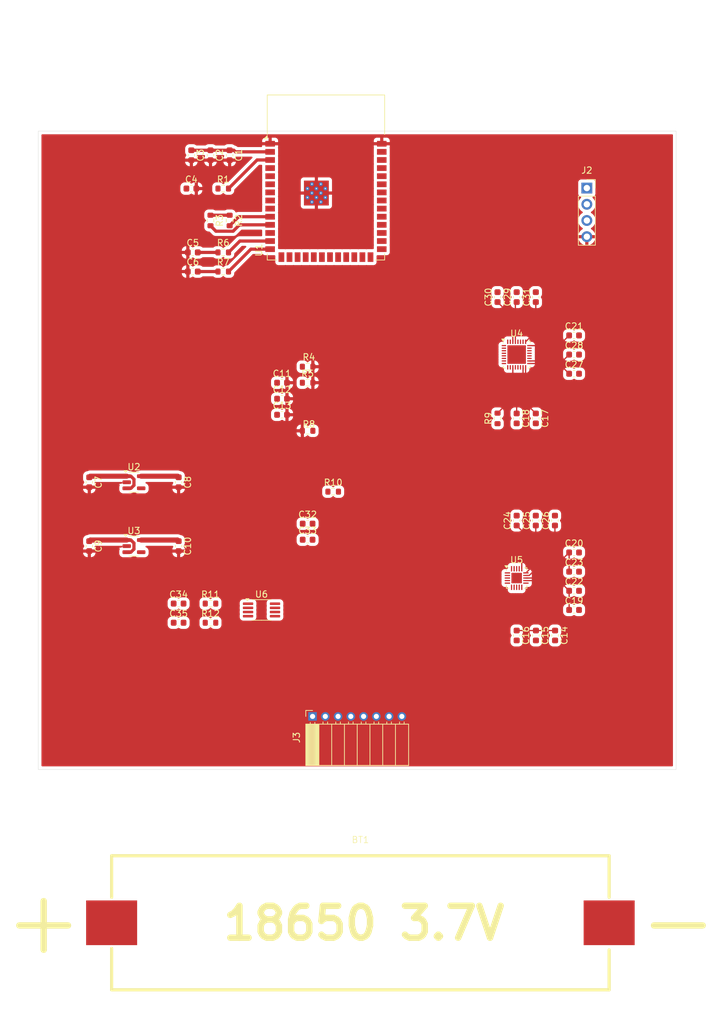
<source format=kicad_pcb>
(kicad_pcb (version 20240108) (generator "pcbnew") (generator_version "8.0")
  (layers (0 "F.Cu" signal) (31 "B.Cu" signal) (34 "B.Paste" user) (35 "F.Paste" user) (36 "B.SilkS" user "B.Silkscreen") (37 "F.SilkS" user "F.Silkscreen") (38 "B.Mask" user) (39 "F.Mask" user) (44 "Edge.Cuts" user))
  (net 0 "")
  (net 1 "GND")
  (net 2 "+3V3")
  (net 3 "Net-(U1-EN)")
  (net 4 "/USB_D-")
  (net 5 "/USB_D+")
  (net 6 "+BATT")
  (net 7 "+3.3VA")
  (net 8 "/BTN1")
  (net 9 "/BTN2")
  (net 10 "/BTN3")
  (net 11 "GNDA")
  (net 12 "Net-(U4-MIC1P)")
  (net 13 "/Audio/MIC_IN")
  (net 14 "Net-(U4-MIC1N)")
  (net 15 "/Audio/DAC_OUTP")
  (net 16 "Net-(U5-OUTP)")
  (net 17 "Net-(U5-OUTN)")
  (net 18 "/Audio/DAC_OUTN")
  (net 19 "/Audio/MIC_BIAS")
  (net 20 "Net-(U5-VMID)")
  (net 21 "Net-(U5-ADCVREF)")
  (net 22 "Net-(U5-DACVREF)")
  (net 23 "Net-(U4-REFP12)")
  (net 24 "Net-(U4-REFQ12)")
  (net 25 "Net-(U4-REFP34)")
  (net 26 "Net-(U4-REFQ34)")
  (net 27 "Net-(U4-REFQM)")
  (net 28 "Net-(C34-Pad2)")
  (net 29 "Net-(C35-Pad2)")
  (net 30 "/UART_RX")
  (net 31 "/UART_TX")
  (net 32 "/EPD_~{RST}")
  (net 33 "/SPI_MOSI")
  (net 34 "/SPI_CS")
  (net 35 "/EPD_DC")
  (net 36 "/SPI_SCK")
  (net 37 "/EPD_~{BUSY}")
  (net 38 "/I2C_SDA")
  (net 39 "/I2C_SCL")
  (net 40 "Net-(J1-CC1)")
  (net 41 "Net-(J1-CC2)")
  (net 42 "Net-(U1-IO19)")
  (net 43 "Net-(U1-IO20)")
  (net 44 "Net-(U4-SDOUT1)")
  (net 45 "/I2S_SDOUT")
  (net 46 "Net-(U6-+)")
  (net 47 "Net-(U6--)")
  (net 50 "/I2S_SDIN")
  (net 53 "/I2S_MCLK")
  (net 60 "/I2S_LRCK")
  (net 63 "/I2S_SCLK")
  (net 65 "/AMP_CTRL")
  (net 66 "/ADC_INT")
  (net 81 "/Audio/AUDIO_OUT")
  (net 84 "Net-(BT1-+)")
  (footprint "Resistor_SMD:R_0603_1608Metric" (layer "F.Cu") (at 64 57 180)
    (property "Reference" "R7" (at 0 1.5 0) (layer "F.SilkS"))
    (property "Value" "0")
    (pad "1" smd roundrect (at -0.825 0 180) (size 0.8 0.95) (layers "F.Cu" "F.Paste" "F.Mask") (net 43 "Net-(U1-IO20)"))
    (pad "2" smd roundrect (at 0.825 0 180) (size 0.8 0.95) (layers "F.Cu" "F.Paste" "F.Mask") (net 5 "/USB_D+"))
  )
  (footprint "live-caption-badge:BH-18650-B1BA002" (layer "F.Cu") (at 85.5 159)
    (property "Reference" "BT1" (at 0 -13 0) (layer "F.SilkS") (effects (font (thickness 0.1))))
    (property "Value" "18650")
    (fp_text user "18650 3.7V" (at -22 3 0) (layer "F.SilkS") (effects (font (size 5 5) (thickness 1)) (justify left bottom)))
    (fp_text user "+" (at -56.5 5.5 0) (layer "F.SilkS") (effects (font (size 10 10) (thickness 1) (bold yes)) (justify left bottom)))
    (fp_text user "-" (at 43 5.5 0) (layer "F.SilkS") (effects (font (size 10 10) (thickness 1) (bold yes)) (justify left bottom)))
    (pad "" np_thru_hole circle (at -35.84 -8) (size 3 3) (drill 3) (layers "F&B.Cu" "*.Mask"))
    (pad "1" smd rect (at -39 0) (size 8 7) (layers "F.Cu" "F.Paste" "F.Mask") (net 84 "Net-(BT1-+)"))
    (pad "2" smd rect (at 39 0) (size 8 7) (layers "F.Cu" "F.Paste" "F.Mask") (net 1 "GND"))
  )
  (footprint "Capacitor_SMD:C_0603_1608Metric" (layer "F.Cu") (at 57 100 -90)
    (property "Reference" "C10" (at 0 -1.43 90) (layer "F.SilkS"))
    (property "Value" "10uF")
    (pad "1" smd roundrect (at -0.775 0 270) (size 0.9 0.95) (layers "F.Cu" "F.Paste" "F.Mask") (net 7 "+3.3VA"))
    (pad "2" smd roundrect (at 0.775 0 270) (size 0.9 0.95) (layers "F.Cu" "F.Paste" "F.Mask") (net 1 "GND"))
  )
  (footprint "Connector_PinSocket_2.00mm:PinSocket_1x08_P2.00mm_Horizontal" (layer "F.Cu") (at 78 126.675 90)
    (property "Reference" "J3" (at -3.31 -2.5 90) (layer "F.SilkS"))
    (property "Value" "Conn_01x08_Socket")
    (pad "1" thru_hole rect (at 0 0 90) (size 1.35 1.35) (drill 0.8) (layers "*.Cu" "*.Mask") (net 2 "+3V3"))
    (pad "2" thru_hole oval (at 0 2 90) (size 1.35 1.35) (drill 0.8) (layers "*.Cu" "*.Mask") (net 1 "GND"))
    (pad "3" thru_hole oval (at 0 4 90) (size 1.35 1.35) (drill 0.8) (layers "*.Cu" "*.Mask") (net 33 "/SPI_MOSI"))
    (pad "4" thru_hole oval (at 0 6 90) (size 1.35 1.35) (drill 0.8) (layers "*.Cu" "*.Mask") (net 36 "/SPI_SCK"))
    (pad "5" thru_hole oval (at 0 8 90) (size 1.35 1.35) (drill 0.8) (layers "*.Cu" "*.Mask") (net 34 "/SPI_CS"))
    (pad "6" thru_hole oval (at 0 10 90) (size 1.35 1.35) (drill 0.8) (layers "*.Cu" "*.Mask") (net 35 "/EPD_DC"))
    (pad "7" thru_hole oval (at 0 12 90) (size 1.35 1.35) (drill 0.8) (layers "*.Cu" "*.Mask") (net 32 "/EPD_~{RST}"))
    (pad "8" thru_hole oval (at 0 14 90) (size 1.35 1.35) (drill 0.8) (layers "*.Cu" "*.Mask") (net 37 "/EPD_~{BUSY}"))
  )
  (footprint "Capacitor_SMD:C_0603_1608Metric" (layer "F.Cu") (at 73.215 76.92)
    (property "Reference" "C12" (at 0 -1.43 0) (layer "F.SilkS"))
    (property "Value" "1uF")
    (pad "1" smd roundrect (at -0.775 0) (size 0.9 0.95) (layers "F.Cu" "F.Paste" "F.Mask") (net 9 "/BTN2"))
    (pad "2" smd roundrect (at 0.775 0) (size 0.9 0.95) (layers "F.Cu" "F.Paste" "F.Mask") (net 1 "GND"))
  )
  (footprint "Capacitor_SMD:C_0603_1608Metric" (layer "F.Cu") (at 119 70)
    (property "Reference" "C28" (at 0 -1.43 0) (layer "F.SilkS"))
    (property "Value" "1uF")
    (pad "1" smd roundrect (at -0.775 0) (size 0.9 0.95) (layers "F.Cu" "F.Paste" "F.Mask") (net 24 "Net-(U4-REFQ12)"))
    (pad "2" smd roundrect (at 0.775 0) (size 0.9 0.95) (layers "F.Cu" "F.Paste" "F.Mask") (net 11 "GNDA"))
  )
  (footprint "Capacitor_SMD:C_0603_1608Metric" (layer "F.Cu") (at 59 44)
    (property "Reference" "C4" (at 0 -1.43 0) (layer "F.SilkS"))
    (property "Value" "1uF")
    (pad "1" smd roundrect (at -0.775 0) (size 0.9 0.95) (layers "F.Cu" "F.Paste" "F.Mask") (net 3 "Net-(U1-EN)"))
    (pad "2" smd roundrect (at 0.775 0) (size 0.9 0.95) (layers "F.Cu" "F.Paste" "F.Mask") (net 1 "GND"))
  )
  (footprint "Capacitor_SMD:C_0603_1608Metric" (layer "F.Cu") (at 62 38.775 -90)
    (property "Reference" "C2" (at 0 -1.43 90) (layer "F.SilkS"))
    (property "Value" "22uF")
    (pad "1" smd roundrect (at -0.775 0 270) (size 0.9 0.95) (layers "F.Cu" "F.Paste" "F.Mask") (net 2 "+3V3"))
    (pad "2" smd roundrect (at 0.775 0 270) (size 0.9 0.95) (layers "F.Cu" "F.Paste" "F.Mask") (net 1 "GND"))
  )
  (footprint "Capacitor_SMD:C_0603_1608Metric" (layer "F.Cu") (at 59.225 54 180)
    (property "Reference" "C5" (at 0 1.5 0) (layer "F.SilkS"))
    (property "Value" "TBD")
    (pad "1" smd roundrect (at -0.775 0 180) (size 0.9 0.95) (layers "F.Cu" "F.Paste" "F.Mask") (net 4 "/USB_D-"))
    (pad "2" smd roundrect (at 0.775 0 180) (size 0.9 0.95) (layers "F.Cu" "F.Paste" "F.Mask") (net 1 "GND"))
  )
  (footprint "Capacitor_SMD:C_0603_1608Metric" (layer "F.Cu") (at 77.225 96.49)
    (property "Reference" "C32" (at 0 -1.43 0) (layer "F.SilkS"))
    (property "Value" "1uF")
    (pad "1" smd roundrect (at -0.775 0) (size 0.9 0.95) (layers "F.Cu" "F.Paste" "F.Mask") (net 7 "+3.3VA"))
    (pad "2" smd roundrect (at 0.775 0) (size 0.9 0.95) (layers "F.Cu" "F.Paste" "F.Mask") (net 11 "GNDA"))
  )
  (footprint "Capacitor_SMD:C_0603_1608Metric" (layer "F.Cu") (at 110 80 -90)
    (property "Reference" "C18" (at 0 -1.43 90) (layer "F.SilkS"))
    (property "Value" "1uF")
    (pad "1" smd roundrect (at -0.775 0 270) (size 0.9 0.95) (layers "F.Cu" "F.Paste" "F.Mask") (net 14 "Net-(U4-MIC1N)"))
    (pad "2" smd roundrect (at 0.775 0 270) (size 0.9 0.95) (layers "F.Cu" "F.Paste" "F.Mask") (net 11 "GNDA"))
  )
  (footprint "Capacitor_SMD:C_0603_1608Metric" (layer "F.Cu") (at 113.02 114 -90)
    (property "Reference" "C15" (at 0 -1.43 90) (layer "F.SilkS"))
    (property "Value" "0.1uF")
    (pad "1" smd roundrect (at -0.775 0 270) (size 0.9 0.95) (layers "F.Cu" "F.Paste" "F.Mask") (net 7 "+3.3VA"))
    (pad "2" smd roundrect (at 0.775 0 270) (size 0.9 0.95) (layers "F.Cu" "F.Paste" "F.Mask") (net 11 "GNDA"))
  )
  (footprint "Resistor_SMD:R_0603_1608Metric" (layer "F.Cu") (at 64 44)
    (property "Reference" "R1" (at 0 -1.43 0) (layer "F.SilkS"))
    (property "Value" "10k")
    (pad "1" smd roundrect (at -0.825 0) (size 0.8 0.95) (layers "F.Cu" "F.Paste" "F.Mask") (net 2 "+3V3"))
    (pad "2" smd roundrect (at 0.825 0) (size 0.8 0.95) (layers "F.Cu" "F.Paste" "F.Mask") (net 3 "Net-(U1-EN)"))
  )
  (footprint "Capacitor_SMD:C_0603_1608Metric" (layer "F.Cu") (at 116 96 90)
    (property "Reference" "C26" (at 0 -1.43 90) (layer "F.SilkS"))
    (property "Value" "1uF")
    (pad "1" smd roundrect (at -0.775 0 90) (size 0.9 0.95) (layers "F.Cu" "F.Paste" "F.Mask") (net 22 "Net-(U5-DACVREF)"))
    (pad "2" smd roundrect (at 0.775 0 90) (size 0.9 0.95) (layers "F.Cu" "F.Paste" "F.Mask") (net 11 "GNDA"))
  )
  (footprint "Resistor_SMD:R_0603_1608Metric" (layer "F.Cu") (at 62 49 -90)
    (property "Reference" "R3" (at 0 -1.43 90) (layer "F.SilkS"))
    (property "Value" "3.3k")
    (pad "1" smd roundrect (at -0.825 0 270) (size 0.8 0.95) (layers "F.Cu" "F.Paste" "F.Mask") (net 2 "+3V3"))
    (pad "2" smd roundrect (at 0.825 0 270) (size 0.8 0.95) (layers "F.Cu" "F.Paste" "F.Mask") (net 39 "/I2C_SCL"))
  )
  (footprint "Connector_PinSocket_2.54mm:PinSocket_1x04_P2.54mm_Vertical" (layer "F.Cu") (at 121 43.92)
    (property "Reference" "J2" (at 0 -2.77 0) (layer "F.SilkS"))
    (property "Value" "Conn_01x04_Socket")
    (pad "1" thru_hole rect (at 0 0) (size 1.7 1.7) (drill 1) (layers "*.Cu" "*.Mask") (net 2 "+3V3"))
    (pad "2" thru_hole oval (at 0 2.54) (size 1.7 1.7) (drill 1) (layers "*.Cu" "*.Mask") (net 31 "/UART_TX"))
    (pad "3" thru_hole oval (at 0 5.08) (size 1.7 1.7) (drill 1) (layers "*.Cu" "*.Mask") (net 30 "/UART_RX"))
    (pad "4" thru_hole oval (at 0 7.62) (size 1.7 1.7) (drill 1) (layers "*.Cu" "*.Mask") (net 1 "GND"))
  )
  (footprint "Capacitor_SMD:C_0603_1608Metric" (layer "F.Cu") (at 119 104)
    (property "Reference" "C23" (at 0 -1.43 0) (layer "F.SilkS"))
    (property "Value" "22pF")
    (pad "1" smd roundrect (at -0.775 0) (size 0.9 0.95) (layers "F.Cu" "F.Paste" "F.Mask") (net 17 "Net-(U5-OUTN)"))
    (pad "2" smd roundrect (at 0.775 0) (size 0.9 0.95) (layers "F.Cu" "F.Paste" "F.Mask") (net 11 "GNDA"))
  )
  (footprint "Package_DFN_QFN:QFN-32-1EP_4x4mm_P0.4mm_EP2.9x2.9mm" (layer "F.Cu") (at 110 70)
    (property "Reference" "U4" (at 0 -3.3 0) (layer "F.SilkS"))
    (property "Value" "ES7210")
    (pad "1" smd roundrect (at -2 -1.4) (size 0.7 0.2) (layers "F.Cu" "F.Paste" "F.Mask") (net 11 "GNDA"))
    (pad "2" smd roundrect (at -2 -1) (size 0.7 0.2) (layers "F.Cu" "F.Paste" "F.Mask") (net 11 "GNDA"))
    (pad "3" smd roundrect (at -2 -0.6) (size 0.7 0.2) (layers "F.Cu" "F.Paste" "F.Mask") (net 38 "/I2C_SDA"))
    (pad "4" smd roundrect (at -2 -0.2) (size 0.7 0.2) (layers "F.Cu" "F.Paste" "F.Mask") (net 39 "/I2C_SCL"))
    (pad "5" smd roundrect (at -2 0.2) (size 0.7 0.2) (layers "F.Cu" "F.Paste" "F.Mask") (net 53 "/I2S_MCLK"))
    (pad "6" smd roundrect (at -2 0.6) (size 0.7 0.2) (layers "F.Cu" "F.Paste" "F.Mask") (net 7 "+3.3VA"))
    (pad "7" smd roundrect (at -2 1) (size 0.7 0.2) (layers "F.Cu" "F.Paste" "F.Mask") (net 7 "+3.3VA"))
    (pad "8" smd roundrect (at -2 1.4) (size 0.7 0.2) (layers "F.Cu" "F.Paste" "F.Mask"))
    (pad "9" smd roundrect (at -1.4 2) (size 0.2 0.7) (layers "F.Cu" "F.Paste" "F.Mask") (net 63 "/I2S_SCLK"))
    (pad "10" smd roundrect (at -1 2) (size 0.2 0.7) (layers "F.Cu" "F.Paste" "F.Mask") (net 60 "/I2S_LRCK"))
    (pad "11" smd roundrect (at -0.6 2) (size 0.2 0.7) (layers "F.Cu" "F.Paste" "F.Mask") (net 44 "Net-(U4-SDOUT1)"))
    (pad "12" smd roundrect (at -0.2 2) (size 0.2 0.7) (layers "F.Cu" "F.Paste" "F.Mask"))
    (pad "13" smd roundrect (at 0.2 2) (size 0.2 0.7) (layers "F.Cu" "F.Paste" "F.Mask") (net 66 "/ADC_INT"))
    (pad "14" smd roundrect (at 0.6 2) (size 0.2 0.7) (layers "F.Cu" "F.Paste" "F.Mask"))
    (pad "15" smd roundrect (at 1 2) (size 0.2 0.7) (layers "F.Cu" "F.Paste" "F.Mask") (net 14 "Net-(U4-MIC1N)"))
    (pad "16" smd roundrect (at 1.4 2) (size 0.2 0.7) (layers "F.Cu" "F.Paste" "F.Mask") (net 12 "Net-(U4-MIC1P)"))
    (pad "17" smd roundrect (at 2 1.4) (size 0.7 0.2) (layers "F.Cu" "F.Paste" "F.Mask") (net 23 "Net-(U4-REFP12)"))
    (pad "18" smd roundrect (at 2 1) (size 0.7 0.2) (layers "F.Cu" "F.Paste" "F.Mask") (net 24 "Net-(U4-REFQ12)"))
    (pad "19" smd roundrect (at 2 0.6) (size 0.7 0.2) (layers "F.Cu" "F.Paste" "F.Mask"))
    (pad "20" smd roundrect (at 2 0.2) (size 0.7 0.2) (layers "F.Cu" "F.Paste" "F.Mask"))
    (pad "21" smd roundrect (at 2 -0.2) (size 0.7 0.2) (layers "F.Cu" "F.Paste" "F.Mask") (net 11 "GNDA"))
    (pad "22" smd roundrect (at 2 -0.6) (size 0.7 0.2) (layers "F.Cu" "F.Paste" "F.Mask") (net 7 "+3.3VA"))
    (pad "23" smd roundrect (at 2 -1) (size 0.7 0.2) (layers "F.Cu" "F.Paste" "F.Mask") (net 7 "+3.3VA"))
    (pad "24" smd roundrect (at 2 -1.4) (size 0.7 0.2) (layers "F.Cu" "F.Paste" "F.Mask") (net 19 "/Audio/MIC_BIAS"))
    (pad "25" smd roundrect (at 1.4 -2) (size 0.2 0.7) (layers "F.Cu" "F.Paste" "F.Mask") (net 27 "Net-(U4-REFQM)"))
    (pad "26" smd roundrect (at 1 -2) (size 0.2 0.7) (layers "F.Cu" "F.Paste" "F.Mask"))
    (pad "27" smd roundrect (at 0.6 -2) (size 0.2 0.7) (layers "F.Cu" "F.Paste" "F.Mask"))
    (pad "28" smd roundrect (at 0.2 -2) (size 0.2 0.7) (layers "F.Cu" "F.Paste" "F.Mask"))
    (pad "29" smd roundrect (at -0.2 -2) (size 0.2 0.7) (layers "F.Cu" "F.Paste" "F.Mask") (net 25 "Net-(U4-REFP34)"))
    (pad "30" smd roundrect (at -0.6 -2) (size 0.2 0.7) (layers "F.Cu" "F.Paste" "F.Mask") (net 26 "Net-(U4-REFQ34)"))
    (pad "31" smd roundrect (at -1 -2) (size 0.2 0.7) (layers "F.Cu" "F.Paste" "F.Mask"))
    (pad "32" smd roundrect (at -1.4 -2) (size 0.2 0.7) (layers "F.Cu" "F.Paste" "F.Mask"))
    (pad "33" smd rect (at 0 0) (size 2.9 2.9) (property pad_prop_heatsink) (layers "F.Cu" "F.Mask") (net 11 "GNDA"))
  )
  (footprint "Capacitor_SMD:C_0603_1608Metric" (layer "F.Cu") (at 107 61 90)
    (property "Reference" "C30" (at 0 -1.43 90) (layer "F.SilkS"))
    (property "Value" "1uF")
    (pad "1" smd roundrect (at -0.775 0 90) (size 0.9 0.95) (layers "F.Cu" "F.Paste" "F.Mask") (net 26 "Net-(U4-REFQ34)"))
    (pad "2" smd roundrect (at 0.775 0 90) (size 0.9 0.95) (layers "F.Cu" "F.Paste" "F.Mask") (net 11 "GNDA"))
  )
  (footprint "Package_SO:MSOP-8_3x3mm_P0.65mm" (layer "F.Cu") (at 70 110)
    (property "Reference" "U6" (at 0 -2.45 0) (layer "F.SilkS"))
    (property "Value" "IS31AP2005")
    (pad "1" smd roundrect (at -2.1125 -0.975) (size 1.625 0.4) (layers "F.Cu" "F.Paste" "F.Mask") (net 65 "/AMP_CTRL"))
    (pad "2" smd roundrect (at -2.1125 -0.325) (size 1.625 0.4) (layers "F.Cu" "F.Paste" "F.Mask"))
    (pad "3" smd roundrect (at -2.1125 0.325) (size 1.625 0.4) (layers "F.Cu" "F.Paste" "F.Mask") (net 46 "Net-(U6-+)"))
    (pad "4" smd roundrect (at -2.1125 0.975) (size 1.625 0.4) (layers "F.Cu" "F.Paste" "F.Mask") (net 47 "Net-(U6--)"))
    (pad "5" smd roundrect (at 2.1125 0.975) (size 1.625 0.4) (layers "F.Cu" "F.Paste" "F.Mask") (net 81 "/Audio/AUDIO_OUT"))
    (pad "6" smd roundrect (at 2.1125 0.325) (size 1.625 0.4) (layers "F.Cu" "F.Paste" "F.Mask") (net 7 "+3.3VA"))
    (pad "7" smd roundrect (at 2.1125 -0.325) (size 1.625 0.4) (layers "F.Cu" "F.Paste" "F.Mask") (net 11 "GNDA"))
    (pad "8" smd roundrect (at 2.1125 -0.975) (size 1.625 0.4) (layers "F.Cu" "F.Paste" "F.Mask") (net 11 "GNDA"))
  )
  (footprint "Capacitor_SMD:C_0603_1608Metric" (layer "F.Cu") (at 113 80 -90)
    (property "Reference" "C17" (at 0 -1.43 90) (layer "F.SilkS"))
    (property "Value" "1uF")
    (pad "1" smd roundrect (at -0.775 0 270) (size 0.9 0.95) (layers "F.Cu" "F.Paste" "F.Mask") (net 12 "Net-(U4-MIC1P)"))
    (pad "2" smd roundrect (at 0.775 0 270) (size 0.9 0.95) (layers "F.Cu" "F.Paste" "F.Mask") (net 13 "/Audio/MIC_IN"))
  )
  (footprint "Capacitor_SMD:C_0603_1608Metric" (layer "F.Cu") (at 119 73)
    (property "Reference" "C27" (at 0 -1.43 0) (layer "F.SilkS"))
    (property "Value" "1uF")
    (pad "1" smd roundrect (at -0.775 0) (size 0.9 0.95) (layers "F.Cu" "F.Paste" "F.Mask") (net 23 "Net-(U4-REFP12)"))
    (pad "2" smd roundrect (at 0.775 0) (size 0.9 0.95) (layers "F.Cu" "F.Paste" "F.Mask") (net 11 "GNDA"))
  )
  (footprint "Resistor_SMD:R_0603_1608Metric" (layer "F.Cu") (at 77.225 71.9)
    (property "Reference" "R4" (at 0.2 -1.5 0) (layer "F.SilkS"))
    (property "Value" "5.1k")
    (pad "1" smd roundrect (at -0.825 0) (size 0.8 0.95) (layers "F.Cu" "F.Paste" "F.Mask") (net 40 "Net-(J1-CC1)"))
    (pad "2" smd roundrect (at 0.825 0) (size 0.8 0.95) (layers "F.Cu" "F.Paste" "F.Mask") (net 1 "GND"))
  )
  (footprint "Capacitor_SMD:C_0603_1608Metric" (layer "F.Cu") (at 57 112)
    (property "Reference" "C35" (at 0 -1.43 0) (layer "F.SilkS"))
    (property "Value" "0.1uF")
    (pad "1" smd roundrect (at -0.775 0) (size 0.9 0.95) (layers "F.Cu" "F.Paste" "F.Mask") (net 18 "/Audio/DAC_OUTN"))
    (pad "2" smd roundrect (at 0.775 0) (size 0.9 0.95) (layers "F.Cu" "F.Paste" "F.Mask") (net 29 "Net-(C35-Pad2)"))
  )
  (footprint "Capacitor_SMD:C_0603_1608Metric" (layer "F.Cu") (at 110 61 90)
    (property "Reference" "C29" (at 0 -1.43 90) (layer "F.SilkS"))
    (property "Value" "1uF")
    (pad "1" smd roundrect (at -0.775 0 90) (size 0.9 0.95) (layers "F.Cu" "F.Paste" "F.Mask") (net 25 "Net-(U4-REFP34)"))
    (pad "2" smd roundrect (at 0.775 0 90) (size 0.9 0.95) (layers "F.Cu" "F.Paste" "F.Mask") (net 11 "GNDA"))
  )
  (footprint "Capacitor_SMD:C_0603_1608Metric" (layer "F.Cu") (at 119 67)
    (property "Reference" "C21" (at 0 -1.43 0) (layer "F.SilkS"))
    (property "Value" "1uF")
    (pad "1" smd roundrect (at -0.775 0) (size 0.9 0.95) (layers "F.Cu" "F.Paste" "F.Mask") (net 19 "/Audio/MIC_BIAS"))
    (pad "2" smd roundrect (at 0.775 0) (size 0.9 0.95) (layers "F.Cu" "F.Paste" "F.Mask") (net 11 "GNDA"))
  )
  (footprint "Capacitor_SMD:C_0603_1608Metric" (layer "F.Cu") (at 119 110)
    (property "Reference" "C19" (at 0 -1.43 0) (layer "F.SilkS"))
    (property "Value" "1uF")
    (pad "1" smd roundrect (at -0.775 0) (size 0.9 0.95) (layers "F.Cu" "F.Paste" "F.Mask") (net 16 "Net-(U5-OUTP)"))
    (pad "2" smd roundrect (at 0.775 0) (size 0.9 0.95) (layers "F.Cu" "F.Paste" "F.Mask") (net 15 "/Audio/DAC_OUTP"))
  )
  (footprint "Package_DFN_QFN:QFN-20-1EP_3x3mm_P0.4mm_EP1.65x1.65mm" (layer "F.Cu") (at 110 105)
    (property "Reference" "U5" (at 0 -2.83 0) (layer "F.SilkS"))
    (property "Value" "ES8311")
    (pad "1" smd roundrect (at -1.45 -0.8) (size 0.85 0.2) (layers "F.Cu" "F.Paste" "F.Mask") (net 39 "/I2C_SCL"))
    (pad "2" smd roundrect (at -1.45 -0.4) (size 0.85 0.2) (layers "F.Cu" "F.Paste" "F.Mask") (net 53 "/I2S_MCLK"))
    (pad "3" smd roundrect (at -1.45 0) (size 0.85 0.2) (layers "F.Cu" "F.Paste" "F.Mask") (net 7 "+3.3VA"))
    (pad "4" smd roundrect (at -1.45 0.4) (size 0.85 0.2) (layers "F.Cu" "F.Paste" "F.Mask") (net 7 "+3.3VA"))
    (pad "5" smd roundrect (at -1.45 0.8) (size 0.85 0.2) (layers "F.Cu" "F.Paste" "F.Mask") (net 11 "GNDA"))
    (pad "6" smd roundrect (at -0.8 1.45) (size 0.2 0.85) (layers "F.Cu" "F.Paste" "F.Mask") (net 63 "/I2S_SCLK"))
    (pad "7" smd roundrect (at -0.4 1.45) (size 0.2 0.85) (layers "F.Cu" "F.Paste" "F.Mask"))
    (pad "8" smd roundrect (at 0 1.45) (size 0.2 0.85) (layers "F.Cu" "F.Paste" "F.Mask") (net 60 "/I2S_LRCK"))
    (pad "9" smd roundrect (at 0.4 1.45) (size 0.2 0.85) (layers "F.Cu" "F.Paste" "F.Mask") (net 50 "/I2S_SDIN"))
    (pad "10" smd roundrect (at 0.8 1.45) (size 0.2 0.85) (layers "F.Cu" "F.Paste" "F.Mask") (net 11 "GNDA"))
    (pad "11" smd roundrect (at 1.45 0.8) (size 0.85 0.2) (layers "F.Cu" "F.Paste" "F.Mask") (net 7 "+3.3VA"))
    (pad "12" smd roundrect (at 1.45 0.4) (size 0.85 0.2) (layers "F.Cu" "F.Paste" "F.Mask") (net 16 "Net-(U5-OUTP)"))
    (pad "13" smd roundrect (at 1.45 0) (size 0.85 0.2) (layers "F.Cu" "F.Paste" "F.Mask") (net 17 "Net-(U5-OUTN)"))
    (pad "14" smd roundrect (at 1.45 -0.4) (size 0.85 0.2) (layers "F.Cu" "F.Paste" "F.Mask") (net 22 "Net-(U5-DACVREF)"))
    (pad "15" smd roundrect (at 1.45 -0.8) (size 0.85 0.2) (layers "F.Cu" "F.Paste" "F.Mask") (net 21 "Net-(U5-ADCVREF)"))
    (pad "16" smd roundrect (at 0.8 -1.45) (size 0.2 0.85) (layers "F.Cu" "F.Paste" "F.Mask") (net 20 "Net-(U5-VMID)"))
    (pad "17" smd roundrect (at 0.4 -1.45) (size 0.2 0.85) (layers "F.Cu" "F.Paste" "F.Mask"))
    (pad "18" smd roundrect (at 0 -1.45) (size 0.2 0.85) (layers "F.Cu" "F.Paste" "F.Mask"))
    (pad "19" smd roundrect (at -0.4 -1.45) (size 0.2 0.85) (layers "F.Cu" "F.Paste" "F.Mask") (net 38 "/I2C_SDA"))
    (pad "20" smd roundrect (at -0.8 -1.45) (size 0.2 0.85) (layers "F.Cu" "F.Paste" "F.Mask") (net 11 "GNDA"))
    (pad "21" smd rect (at 0 0) (size 1.65 1.65) (property pad_prop_heatsink) (layers "F.Cu" "F.Mask") (net 11 "GNDA"))
  )
  (footprint "Capacitor_SMD:C_0603_1608Metric" (layer "F.Cu") (at 110 96 90)
    (property "Reference" "C24" (at 0 -1.43 90) (layer "F.SilkS"))
    (property "Value" "1uF")
    (pad "1" smd roundrect (at -0.775 0 90) (size 0.9 0.95) (layers "F.Cu" "F.Paste" "F.Mask") (net 20 "Net-(U5-VMID)"))
    (pad "2" smd roundrect (at 0.775 0 90) (size 0.9 0.95) (layers "F.Cu" "F.Paste" "F.Mask") (net 11 "GNDA"))
  )
  (footprint "Capacitor_SMD:C_0603_1608Metric" (layer "F.Cu") (at 73.215 79.43)
    (property "Reference" "C13" (at 0 -1.43 0) (layer "F.SilkS"))
    (property "Value" "1uF")
    (pad "1" smd roundrect (at -0.775 0) (size 0.9 0.95) (layers "F.Cu" "F.Paste" "F.Mask") (net 10 "/BTN3"))
    (pad "2" smd roundrect (at 0.775 0) (size 0.9 0.95) (layers "F.Cu" "F.Paste" "F.Mask") (net 1 "GND"))
  )
  (footprint "RF_Module:ESP32-S3-WROOM-1" (layer "F.Cu") (at 80.1 42.24)
    (property "Reference" "U1" (at -10.5 11.4 90) (layer "F.SilkS"))
    (property "Value" "ESP32-S3-WROOM-1")
    (pad "1" smd rect (at -8.75 -5.26) (size 1.5 0.9) (layers "F.Cu" "F.Paste" "F.Mask") (net 1 "GND"))
    (pad "2" smd rect (at -8.75 -3.99) (size 1.5 0.9) (layers "F.Cu" "F.Paste" "F.Mask") (net 2 "+3V3"))
    (pad "3" smd rect (at -8.75 -2.72) (size 1.5 0.9) (layers "F.Cu" "F.Paste" "F.Mask") (net 3 "Net-(U1-EN)"))
    (pad "4" smd rect (at -8.75 -1.45) (size 1.5 0.9) (layers "F.Cu" "F.Paste" "F.Mask"))
    (pad "5" smd rect (at -8.75 -0.18) (size 1.5 0.9) (layers "F.Cu" "F.Paste" "F.Mask"))
    (pad "6" smd rect (at -8.75 1.09) (size 1.5 0.9) (layers "F.Cu" "F.Paste" "F.Mask"))
    (pad "7" smd rect (at -8.75 2.36) (size 1.5 0.9) (layers "F.Cu" "F.Paste" "F.Mask"))
    (pad "8" smd rect (at -8.75 3.63) (size 1.5 0.9) (layers "F.Cu" "F.Paste" "F.Mask") (net 34 "/SPI_CS"))
    (pad "9" smd rect (at -8.75 4.9) (size 1.5 0.9) (layers "F.Cu" "F.Paste" "F.Mask") (net 53 "/I2S_MCLK"))
    (pad "10" smd rect (at -8.75 6.17) (size 1.5 0.9) (layers "F.Cu" "F.Paste" "F.Mask") (net 38 "/I2C_SDA"))
    (pad "11" smd rect (at -8.75 7.44) (size 1.5 0.9) (layers "F.Cu" "F.Paste" "F.Mask") (net 39 "/I2C_SCL"))
    (pad "12" smd rect (at -8.75 8.71) (size 1.5 0.9) (layers "F.Cu" "F.Paste" "F.Mask") (net 50 "/I2S_SDIN"))
    (pad "13" smd rect (at -8.75 9.98) (size 1.5 0.9) (layers "F.Cu" "F.Paste" "F.Mask") (net 42 "Net-(U1-IO19)"))
    (pad "14" smd rect (at -8.75 11.25 180) (size 1.5 0.9) (layers "F.Cu" "F.Paste" "F.Mask") (net 43 "Net-(U1-IO20)"))
    (pad "15" smd rect (at -6.985 12.5 270) (size 1.5 0.9) (layers "F.Cu" "F.Paste" "F.Mask"))
    (pad "16" smd rect (at -5.715 12.5 270) (size 1.5 0.9) (layers "F.Cu" "F.Paste" "F.Mask") (net 66 "/ADC_INT"))
    (pad "17" smd rect (at -4.445 12.5 270) (size 1.5 0.9) (layers "F.Cu" "F.Paste" "F.Mask") (net 63 "/I2S_SCLK"))
    (pad "18" smd rect (at -3.175 12.5 270) (size 1.5 0.9) (layers "F.Cu" "F.Paste" "F.Mask") (net 45 "/I2S_SDOUT"))
    (pad "19" smd rect (at -1.905 12.5 270) (size 1.5 0.9) (layers "F.Cu" "F.Paste" "F.Mask") (net 35 "/EPD_DC"))
    (pad "20" smd rect (at -0.635 12.5 270) (size 1.5 0.9) (layers "F.Cu" "F.Paste" "F.Mask") (net 32 "/EPD_~{RST}"))
    (pad "21" smd rect (at 0.635 12.5 270) (size 1.5 0.9) (layers "F.Cu" "F.Paste" "F.Mask") (net 36 "/SPI_SCK"))
    (pad "22" smd rect (at 1.905 12.5 270) (size 1.5 0.9) (layers "F.Cu" "F.Paste" "F.Mask") (net 33 "/SPI_MOSI"))
    (pad "23" smd rect (at 3.175 12.5 270) (size 1.5 0.9) (layers "F.Cu" "F.Paste" "F.Mask"))
    (pad "24" smd rect (at 4.445 12.5 270) (size 1.5 0.9) (layers "F.Cu" "F.Paste" "F.Mask") (net 37 "/EPD_~{BUSY}"))
    (pad "25" smd rect (at 5.715 12.5 270) (size 1.5 0.9) (layers "F.Cu" "F.Paste" "F.Mask") (net 65 "/AMP_CTRL"))
    (pad "26" smd rect (at 6.985 12.5 270) (size 1.5 0.9) (layers "F.Cu" "F.Paste" "F.Mask") (net 60 "/I2S_LRCK"))
    (pad "27" smd rect (at 8.75 11.25) (size 1.5 0.9) (layers "F.Cu" "F.Paste" "F.Mask"))
    (pad "28" smd rect (at 8.75 9.98) (size 1.5 0.9) (layers "F.Cu" "F.Paste" "F.Mask"))
    (pad "29" smd rect (at 8.75 8.71) (size 1.5 0.9) (layers "F.Cu" "F.Paste" "F.Mask"))
    (pad "30" smd rect (at 8.75 7.44) (size 1.5 0.9) (layers "F.Cu" "F.Paste" "F.Mask"))
    (pad "31" smd rect (at 8.75 6.17) (size 1.5 0.9) (layers "F.Cu" "F.Paste" "F.Mask"))
    (pad "32" smd rect (at 8.75 4.9) (size 1.5 0.9) (layers "F.Cu" "F.Paste" "F.Mask"))
    (pad "33" smd rect (at 8.75 3.63) (size 1.5 0.9) (layers "F.Cu" "F.Paste" "F.Mask") (net 8 "/BTN1"))
    (pad "34" smd rect (at 8.75 2.36) (size 1.5 0.9) (layers "F.Cu" "F.Paste" "F.Mask") (net 9 "/BTN2"))
    (pad "35" smd rect (at 8.75 1.09) (size 1.5 0.9) (layers "F.Cu" "F.Paste" "F.Mask") (net 10 "/BTN3"))
    (pad "36" smd rect (at 8.75 -0.18) (size 1.5 0.9) (layers "F.Cu" "F.Paste" "F.Mask") (net 30 "/UART_RX"))
    (pad "37" smd rect (at 8.75 -1.45) (size 1.5 0.9) (layers "F.Cu" "F.Paste" "F.Mask") (net 31 "/UART_TX"))
    (pad "38" smd rect (at 8.75 -2.72) (size 1.5 0.9) (layers "F.Cu" "F.Paste" "F.Mask"))
    (pad "39" smd rect (at 8.75 -3.99) (size 1.5 0.9) (layers "F.Cu" "F.Paste" "F.Mask"))
    (pad "40" smd rect (at 8.75 -5.26) (size 1.5 0.9) (layers "F.Cu" "F.Paste" "F.Mask") (net 1 "GND"))
    (pad "41" thru_hole circle (at -2.9 1.76 90) (size 0.6 0.6) (drill 0.2) (property pad_prop_heatsink) (layers "*.Cu" "F.Mask") (net 1 "GND"))
    (pad "41" thru_hole circle (at -2.9 3.16) (size 0.6 0.6) (drill 0.2) (property pad_prop_heatsink) (layers "*.Cu" "F.Mask") (net 1 "GND"))
    (pad "41" thru_hole circle (at -2.2 1.06) (size 0.6 0.6) (drill 0.2) (property pad_prop_heatsink) (layers "*.Cu" "F.Mask") (net 1 "GND"))
    (pad "41" thru_hole circle (at -2.2 2.46) (size 0.6 0.6) (drill 0.2) (property pad_prop_heatsink) (layers "*.Cu" "F.Mask") (net 1 "GND"))
    (pad "41" thru_hole circle (at -2.2 3.86) (size 0.6 0.6) (drill 0.2) (property pad_prop_heatsink) (layers "*.Cu" "F.Mask") (net 1 "GND"))
    (pad "41" thru_hole circle (at -1.5 1.76) (size 0.6 0.6) (drill 0.2) (property pad_prop_heatsink) (layers "*.Cu" "F.Mask") (net 1 "GND"))
    (pad "41" smd rect (at -1.5 2.46 270) (size 3.9 3.9) (layers "F.Cu" "F.Mask") (net 1 "GND"))
    (pad "41" thru_hole circle (at -1.5 3.16) (size 0.6 0.6) (drill 0.2) (property pad_prop_heatsink) (layers "*.Cu" "F.Mask") (net 1 "GND"))
    (pad "41" thru_hole circle (at -0.8 1.06) (size 0.6 0.6) (drill 0.2) (property pad_prop_heatsink) (layers "*.Cu" "F.Mask") (net 1 "GND"))
    (pad "41" thru_hole circle (at -0.8 2.46) (size 0.6 0.6) (drill 0.2) (property pad_prop_heatsink) (layers "*.Cu" "F.Mask") (net 1 "GND"))
    (pad "41" thru_hole circle (at -0.8 3.86) (size 0.6 0.6) (drill 0.2) (property pad_prop_heatsink) (layers "*.Cu" "F.Mask") (net 1 "GND"))
    (pad "41" thru_hole circle (at -0.1 1.76) (size 0.6 0.6) (drill 0.2) (property pad_prop_heatsink) (layers "*.Cu" "F.Mask") (net 1 "GND"))
    (pad "41" thru_hole circle (at -0.1 3.16) (size 0.6 0.6) (drill 0.2) (property pad_prop_heatsink) (layers "*.Cu" "F.Mask") (net 1 "GND"))
    (zone (net 0) (net_name "") (layers "F.Cu" "In1.Cu" "B.Cu") (connect_pads (clearance 0)) (min_thickness 0.254)
      (keepout (tracks not_allowed) (vias not_allowed) (pads not_allowed) (copperpour not_allowed) (footprints not_allowed))
      (fill (thermal_gap 0.508) (thermal_bridge_width 0.508))
      (polygon (pts (xy 56.1 35.49) (xy 104.1 35.49) (xy 104.1 14.49) (xy 56.1 14.49)))
    )
  )
  (footprint "Capacitor_SMD:C_0603_1608Metric" (layer "F.Cu") (at 113 61 90)
    (property "Reference" "C31" (at 0 -1.43 90) (layer "F.SilkS"))
    (property "Value" "1uF")
    (pad "1" smd roundrect (at -0.775 0 90) (size 0.9 0.95) (layers "F.Cu" "F.Paste" "F.Mask") (net 27 "Net-(U4-REFQM)"))
    (pad "2" smd roundrect (at 0.775 0 90) (size 0.9 0.95) (layers "F.Cu" "F.Paste" "F.Mask") (net 11 "GNDA"))
  )
  (footprint "Capacitor_SMD:C_0603_1608Metric" (layer "F.Cu") (at 57 109)
    (property "Reference" "C34" (at 0 -1.43 0) (layer "F.SilkS"))
    (property "Value" "0.1uF")
    (pad "1" smd roundrect (at -0.775 0) (size 0.9 0.95) (layers "F.Cu" "F.Paste" "F.Mask") (net 15 "/Audio/DAC_OUTP"))
    (pad "2" smd roundrect (at 0.775 0) (size 0.9 0.95) (layers "F.Cu" "F.Paste" "F.Mask") (net 28 "Net-(C34-Pad2)"))
  )
  (footprint "Resistor_SMD:R_0603_1608Metric" (layer "F.Cu") (at 81.235 91.47)
    (property "Reference" "R10" (at 0 -1.43 0) (layer "F.SilkS"))
    (property "Value" "2.2k")
    (pad "1" smd roundrect (at -0.825 0) (size 0.8 0.95) (layers "F.Cu" "F.Paste" "F.Mask") (net 19 "/Audio/MIC_BIAS"))
    (pad "2" smd roundrect (at 0.825 0) (size 0.8 0.95) (layers "F.Cu" "F.Paste" "F.Mask") (net 13 "/Audio/MIC_IN"))
  )
  (footprint "Resistor_SMD:R_0603_1608Metric" (layer "F.Cu") (at 62 112)
    (property "Reference" "R12" (at 0 -1.43 0) (layer "F.SilkS"))
    (property "Value" "2.2k")
    (pad "1" smd roundrect (at -0.825 0) (size 0.8 0.95) (layers "F.Cu" "F.Paste" "F.Mask") (net 29 "Net-(C35-Pad2)"))
    (pad "2" smd roundrect (at 0.825 0) (size 0.8 0.95) (layers "F.Cu" "F.Paste" "F.Mask") (net 47 "Net-(U6--)"))
  )
  (footprint "Capacitor_SMD:C_0603_1608Metric" (layer "F.Cu") (at 43 90 -90)
    (property "Reference" "C7" (at 0 -1.43 90) (layer "F.SilkS"))
    (property "Value" "10uF")
    (pad "1" smd roundrect (at -0.775 0 270) (size 0.9 0.95) (layers "F.Cu" "F.Paste" "F.Mask") (net 6 "+BATT"))
    (pad "2" smd roundrect (at 0.775 0 270) (size 0.9 0.95) (layers "F.Cu" "F.Paste" "F.Mask") (net 1 "GND"))
  )
  (footprint "Capacitor_SMD:C_0603_1608Metric" (layer "F.Cu") (at 116.02 114 -90)
    (property "Reference" "C14" (at 0 -1.43 90) (layer "F.SilkS"))
    (property "Value" "0.1uF")
    (pad "1" smd roundrect (at -0.775 0 270) (size 0.9 0.95) (layers "F.Cu" "F.Paste" "F.Mask") (net 7 "+3.3VA"))
    (pad "2" smd roundrect (at 0.775 0 270) (size 0.9 0.95) (layers "F.Cu" "F.Paste" "F.Mask") (net 11 "GNDA"))
  )
  (footprint "Capacitor_SMD:C_0603_1608Metric" (layer "F.Cu") (at 59 38.775 -90)
    (property "Reference" "C3" (at 0 -1.43 90) (layer "F.SilkS"))
    (property "Value" "0.1uF")
    (pad "1" smd roundrect (at -0.775 0 270) (size 0.9 0.95) (layers "F.Cu" "F.Paste" "F.Mask") (net 2 "+3V3"))
    (pad "2" smd roundrect (at 0.775 0 270) (size 0.9 0.95) (layers "F.Cu" "F.Paste" "F.Mask") (net 1 "GND"))
  )
  (footprint "Capacitor_SMD:C_0603_1608Metric" (layer "F.Cu") (at 65 38.775 -90)
    (property "Reference" "C1" (at 0 -1.43 90) (layer "F.SilkS"))
    (property "Value" "100uF")
    (pad "1" smd roundrect (at -0.775 0 270) (size 0.9 0.95) (layers "F.Cu" "F.Paste" "F.Mask") (net 2 "+3V3"))
    (pad "2" smd roundrect (at 0.775 0 270) (size 0.9 0.95) (layers "F.Cu" "F.Paste" "F.Mask") (net 1 "GND"))
  )
  (footprint "Resistor_SMD:R_0603_1608Metric" (layer "F.Cu") (at 77.225 81.94)
    (property "Reference" "R8" (at 0.2 -1.04 0) (layer "F.SilkS"))
    (property "Value" "0")
    (pad "1" smd roundrect (at -0.825 0) (size 0.8 0.95) (layers "F.Cu" "F.Paste" "F.Mask") (net 1 "GND"))
    (pad "2" smd roundrect (at 0.825 0) (size 0.8 0.95) (layers "F.Cu" "F.Paste" "F.Mask") (net 11 "GNDA"))
  )
  (footprint "Capacitor_SMD:C_0603_1608Metric" (layer "F.Cu") (at 110 114 -90)
    (property "Reference" "C16" (at 0 -1.43 90) (layer "F.SilkS"))
    (property "Value" "1uF")
    (pad "1" smd roundrect (at -0.775 0 270) (size 0.9 0.95) (layers "F.Cu" "F.Paste" "F.Mask") (net 7 "+3.3VA"))
    (pad "2" smd roundrect (at 0.775 0 270) (size 0.9 0.95) (layers "F.Cu" "F.Paste" "F.Mask") (net 11 "GNDA"))
  )
  (footprint "Capacitor_SMD:C_0603_1608Metric" (layer "F.Cu") (at 57 90 -90)
    (property "Reference" "C8" (at 0 -1.43 90) (layer "F.SilkS"))
    (property "Value" "10uF")
    (pad "1" smd roundrect (at -0.775 0 270) (size 0.9 0.95) (layers "F.Cu" "F.Paste" "F.Mask") (net 2 "+3V3"))
    (pad "2" smd roundrect (at 0.775 0 270) (size 0.9 0.95) (layers "F.Cu" "F.Paste" "F.Mask") (net 1 "GND"))
  )
  (footprint "Capacitor_SMD:C_0603_1608Metric" (layer "F.Cu") (at 119 107)
    (property "Reference" "C22" (at 0 -1.43 0) (layer "F.SilkS"))
    (property "Value" "22pF")
    (pad "1" smd roundrect (at -0.775 0) (size 0.9 0.95) (layers "F.Cu" "F.Paste" "F.Mask") (net 16 "Net-(U5-OUTP)"))
    (pad "2" smd roundrect (at 0.775 0) (size 0.9 0.95) (layers "F.Cu" "F.Paste" "F.Mask") (net 11 "GNDA"))
  )
  (footprint "Resistor_SMD:R_0603_1608Metric" (layer "F.Cu") (at 64 54 180)
    (property "Reference" "R6" (at 0 1.5 0) (layer "F.SilkS"))
    (property "Value" "0")
    (pad "1" smd roundrect (at -0.825 0 180) (size 0.8 0.95) (layers "F.Cu" "F.Paste" "F.Mask") (net 42 "Net-(U1-IO19)"))
    (pad "2" smd roundrect (at 0.825 0 180) (size 0.8 0.95) (layers "F.Cu" "F.Paste" "F.Mask") (net 4 "/USB_D-"))
  )
  (footprint "Capacitor_SMD:C_0603_1608Metric" (layer "F.Cu") (at 73.215 74.41)
    (property "Reference" "C11" (at 0 -1.43 0) (layer "F.SilkS"))
    (property "Value" "1uF")
    (pad "1" smd roundrect (at -0.775 0) (size 0.9 0.95) (layers "F.Cu" "F.Paste" "F.Mask") (net 8 "/BTN1"))
    (pad "2" smd roundrect (at 0.775 0) (size 0.9 0.95) (layers "F.Cu" "F.Paste" "F.Mask") (net 1 "GND"))
  )
  (footprint "Capacitor_SMD:C_0603_1608Metric" (layer "F.Cu") (at 113 96 90)
    (property "Reference" "C25" (at 0 -1.43 90) (layer "F.SilkS"))
    (property "Value" "1uF")
    (pad "1" smd roundrect (at -0.775 0 90) (size 0.9 0.95) (layers "F.Cu" "F.Paste" "F.Mask") (net 21 "Net-(U5-ADCVREF)"))
    (pad "2" smd roundrect (at 0.775 0 90) (size 0.9 0.95) (layers "F.Cu" "F.Paste" "F.Mask") (net 11 "GNDA"))
  )
  (footprint "Resistor_SMD:R_0603_1608Metric" (layer "F.Cu") (at 65 49 -90)
    (property "Reference" "R2" (at 0 -1.43 90) (layer "F.SilkS"))
    (property "Value" "3.3k")
    (pad "1" smd roundrect (at -0.825 0 270) (size 0.8 0.95) (layers "F.Cu" "F.Paste" "F.Mask") (net 2 "+3V3"))
    (pad "2" smd roundrect (at 0.825 0 270) (size 0.8 0.95) (layers "F.Cu" "F.Paste" "F.Mask") (net 38 "/I2C_SDA"))
  )
  (footprint "Resistor_SMD:R_0603_1608Metric" (layer "F.Cu") (at 62 109)
    (property "Reference" "R11" (at 0 -1.43 0) (layer "F.SilkS"))
    (property "Value" "2.2k")
    (pad "1" smd roundrect (at -0.825 0) (size 0.8 0.95) (layers "F.Cu" "F.Paste" "F.Mask") (net 28 "Net-(C34-Pad2)"))
    (pad "2" smd roundrect (at 0.825 0) (size 0.8 0.95) (layers "F.Cu" "F.Paste" "F.Mask") (net 46 "Net-(U6-+)"))
  )
  (footprint "Capacitor_SMD:C_0603_1608Metric" (layer "F.Cu") (at 59.225 57 180)
    (property "Reference" "C6" (at 0 1.5 0) (layer "F.SilkS"))
    (property "Value" "TBD")
    (pad "1" smd roundrect (at -0.775 0 180) (size 0.9 0.95) (layers "F.Cu" "F.Paste" "F.Mask") (net 5 "/USB_D+"))
    (pad "2" smd roundrect (at 0.775 0 180) (size 0.9 0.95) (layers "F.Cu" "F.Paste" "F.Mask") (net 1 "GND"))
  )
  (footprint "Capacitor_SMD:C_0603_1608Metric" (layer "F.Cu") (at 77.225 99)
    (property "Reference" "C33" (at 0 -1.43 0) (layer "F.SilkS"))
    (property "Value" "0.1uF")
    (pad "1" smd roundrect (at -0.775 0) (size 0.9 0.95) (layers "F.Cu" "F.Paste" "F.Mask") (net 7 "+3.3VA"))
    (pad "2" smd roundrect (at 0.775 0) (size 0.9 0.95) (layers "F.Cu" "F.Paste" "F.Mask") (net 11 "GNDA"))
  )
  (footprint "Package_TO_SOT_SMD:SOT-23-5" (layer "F.Cu") (at 50 100)
    (property "Reference" "U3" (at 0 -2.4 0) (layer "F.SilkS"))
    (property "Value" "HE9073A33M5R")
    (pad "1" smd roundrect (at -1.1375 -0.95) (size 1.325 0.6) (layers "F.Cu" "F.Paste" "F.Mask") (net 6 "+BATT"))
    (pad "2" smd roundrect (at -1.1375 0) (size 1.325 0.6) (layers "F.Cu" "F.Paste" "F.Mask") (net 1 "GND"))
    (pad "3" smd roundrect (at -1.1375 0.95) (size 1.325 0.6) (layers "F.Cu" "F.Paste" "F.Mask") (net 6 "+BATT"))
    (pad "4" smd roundrect (at 1.1375 0.95) (size 1.325 0.6) (layers "F.Cu" "F.Paste" "F.Mask"))
    (pad "5" smd roundrect (at 1.1375 -0.95) (size 1.325 0.6) (layers "F.Cu" "F.Paste" "F.Mask") (net 7 "+3.3VA"))
  )
  (footprint "Capacitor_SMD:C_0603_1608Metric" (layer "F.Cu") (at 119 101)
    (property "Reference" "C20" (at 0 -1.43 0) (layer "F.SilkS"))
    (property "Value" "1uF")
    (pad "1" smd roundrect (at -0.775 0) (size 0.9 0.95) (layers "F.Cu" "F.Paste" "F.Mask") (net 17 "Net-(U5-OUTN)"))
    (pad "2" smd roundrect (at 0.775 0) (size 0.9 0.95) (layers "F.Cu" "F.Paste" "F.Mask") (net 18 "/Audio/DAC_OUTN"))
  )
  (footprint "Resistor_SMD:R_0603_1608Metric" (layer "F.Cu") (at 77.225 74.41)
    (property "Reference" "R5" (at 0 -1.43 0) (layer "F.SilkS"))
    (property "Value" "5.1k")
    (pad "1" smd roundrect (at -0.825 0) (size 0.8 0.95) (layers "F.Cu" "F.Paste" "F.Mask") (net 41 "Net-(J1-CC2)"))
    (pad "2" smd roundrect (at 0.825 0) (size 0.8 0.95) (layers "F.Cu" "F.Paste" "F.Mask") (net 1 "GND"))
  )
  (footprint "Resistor_SMD:R_0603_1608Metric" (layer "F.Cu") (at 107 80 90)
    (property "Reference" "R9" (at 0 -1.43 90) (layer "F.SilkS"))
    (property "Value" "51")
    (pad "1" smd roundrect (at -0.825 0 90) (size 0.8 0.95) (layers "F.Cu" "F.Paste" "F.Mask") (net 45 "/I2S_SDOUT"))
    (pad "2" smd roundrect (at 0.825 0 90) (size 0.8 0.95) (layers "F.Cu" "F.Paste" "F.Mask") (net 44 "Net-(U4-SDOUT1)"))
  )
  (footprint "Capacitor_SMD:C_0603_1608Metric" (layer "F.Cu") (at 43 100 -90)
    (property "Reference" "C9" (at 0 -1.43 90) (layer "F.SilkS"))
    (property "Value" "10uF")
    (pad "1" smd roundrect (at -0.775 0 270) (size 0.9 0.95) (layers "F.Cu" "F.Paste" "F.Mask") (net 6 "+BATT"))
    (pad "2" smd roundrect (at 0.775 0 270) (size 0.9 0.95) (layers "F.Cu" "F.Paste" "F.Mask") (net 1 "GND"))
  )
  (footprint "Package_TO_SOT_SMD:SOT-23-5" (layer "F.Cu") (at 50 90)
    (property "Reference" "U2" (at 0 -2.4 0) (layer "F.SilkS"))
    (property "Value" "HE9073A33M5R")
    (pad "1" smd roundrect (at -1.1375 -0.95) (size 1.325 0.6) (layers "F.Cu" "F.Paste" "F.Mask") (net 6 "+BATT"))
    (pad "2" smd roundrect (at -1.1375 0) (size 1.325 0.6) (layers "F.Cu" "F.Paste" "F.Mask") (net 1 "GND"))
    (pad "3" smd roundrect (at -1.1375 0.95) (size 1.325 0.6) (layers "F.Cu" "F.Paste" "F.Mask") (net 6 "+BATT"))
    (pad "4" smd roundrect (at 1.1375 0.95) (size 1.325 0.6) (layers "F.Cu" "F.Paste" "F.Mask"))
    (pad "5" smd roundrect (at 1.1375 -0.95) (size 1.325 0.6) (layers "F.Cu" "F.Paste" "F.Mask") (net 2 "+3V3"))
  )
  (gr_rect (start 35 35) (end 135 135) (stroke (width 0.05)) (fill none) (layer "Edge.Cuts"))
  (segment (start 56.825 89.05) (end 57 89.225) (width 0.8) (layer "F.Cu") (net 2))
  (segment (start 65.915 38.25) (end 71.35 38.25) (width 0.5) (layer "F.Cu") (net 2))
  (segment (start 62 48.175) (end 65 48.175) (width 0.5) (layer "F.Cu") (net 2))
  (segment (start 51.1375 89.05) (end 56.825 89.05) (width 0.8) (layer "F.Cu") (net 2))
  (segment (start 65.665 38) (end 65.915 38.25) (width 0.5) (layer "F.Cu") (net 2))
  (segment (start 62 38) (end 65 38) (width 0.5) (layer "F.Cu") (net 2))
  (segment (start 65 38) (end 65.665 38) (width 0.5) (layer "F.Cu") (net 2))
  (segment (start 59 38) (end 62 38) (width 0.5) (layer "F.Cu") (net 2))
  (segment (start 64.825 44) (end 69.305 39.52) (width 0.5) (layer "F.Cu") (net 3))
  (segment (start 69.305 39.52) (end 71.35 39.52) (width 0.5) (layer "F.Cu") (net 3))
  (segment (start 60 54) (end 63.175 54) (width 0.5) (layer "F.Cu") (net 4))
  (segment (start 63.175 57) (end 60 57) (width 0.5) (layer "F.Cu") (net 5))
  (segment (start 43.175 89.05) (end 48.8625 89.05) (width 0.8) (layer "F.Cu") (net 6))
  (segment (start 49.524999 100.95) (end 50 100.474999) (width 0.5) (layer "F.Cu") (net 6))
  (segment (start 49.524999 99.05) (end 48.8625 99.05) (width 0.5) (layer "F.Cu") (net 6))
  (segment (start 50 90.474999) (end 50 89.525001) (width 0.5) (layer "F.Cu") (net 6))
  (segment (start 50 99.525001) (end 49.524999 99.05) (width 0.5) (layer "F.Cu") (net 6))
  (segment (start 50 89.525001) (end 49.524999 89.05) (width 0.5) (layer "F.Cu") (net 6))
  (segment (start 48.8625 90.95) (end 49.524999 90.95) (width 0.5) (layer "F.Cu") (net 6))
  (segment (start 43 99.225) (end 43.175 99.05) (width 0.8) (layer "F.Cu") (net 6))
  (segment (start 43.175 99.05) (end 48.8625 99.05) (width 0.8) (layer "F.Cu") (net 6))
  (segment (start 43 89.225) (end 43.175 89.05) (width 0.8) (layer "F.Cu") (net 6))
  (segment (start 49.524999 90.95) (end 50 90.474999) (width 0.5) (layer "F.Cu") (net 6))
  (segment (start 48.8625 100.95) (end 49.524999 100.95) (width 0.5) (layer "F.Cu") (net 6))
  (segment (start 50 100.474999) (end 50 99.525001) (width 0.5) (layer "F.Cu") (net 6))
  (segment (start 49.524999 89.05) (end 48.8625 89.05) (width 0.5) (layer "F.Cu") (net 6))
  (segment (start 113.02 113.225) (end 116.02 113.225) (width 0.2) (layer "F.Cu") (net 7))
  (segment (start 110 113.225) (end 113.02 113.225) (width 0.2) (layer "F.Cu") (net 7))
  (segment (start 51.1375 99.05) (end 56.825 99.05) (width 0.8) (layer "F.Cu") (net 7))
  (segment (start 56.825 99.05) (end 57 99.225) (width 0.8) (layer "F.Cu") (net 7))
  (segment (start 111.4 77.625) (end 113 79.225) (width 0.2) (layer "F.Cu") (net 12))
  (segment (start 111.4 72) (end 111.4 77.625) (width 0.2) (layer "F.Cu") (net 12))
  (segment (start 110 74) (end 110 79.225) (width 0.2) (layer "F.Cu") (net 14))
  (segment (start 111 72) (end 111 73) (width 0.2) (layer "F.Cu") (net 14))
  (segment (start 111 73) (end 110 74) (width 0.2) (layer "F.Cu") (net 14))
  (segment (start 118.225 110) (end 118.225 107) (width 0.2) (layer "F.Cu") (net 16))
  (segment (start 116.625 105.4) (end 111.45 105.4) (width 0.2) (layer "F.Cu") (net 16))
  (segment (start 118.225 107) (end 116.625 105.4) (width 0.2) (layer "F.Cu") (net 16))
  (segment (start 115.1125 104.1125) (end 114.225 105) (width 0.2) (layer "F.Cu") (net 17))
  (segment (start 114.225 105) (end 111.45 105) (width 0.2) (layer "F.Cu") (net 17))
  (segment (start 118.225 104) (end 118.225 101) (width 0.2) (layer "F.Cu") (net 17))
  (segment (start 118.225 101) (end 115.1125 104.1125) (width 0.2) (layer "F.Cu") (net 17))
  (segment (start 115.225 104) (end 115.1125 104.1125) (width 0.2) (layer "F.Cu") (net 17))
  (segment (start 112 68.6) (end 116.625 68.6) (width 0.2) (layer "F.Cu") (net 19))
  (segment (start 116.625 68.6) (end 118.225 67) (width 0.2) (layer "F.Cu") (net 19))
  (segment (start 110.8 97.575) (end 110.8 103.55) (width 0.2) (layer "F.Cu") (net 20))
  (segment (start 110 96.775) (end 110.8 97.575) (width 0.2) (layer "F.Cu") (net 20))
  (segment (start 113 96.775) (end 113 102.65) (width 0.2) (layer "F.Cu") (net 21))
  (segment (start 113 102.65) (end 111.45 104.2) (width 0.2) (layer "F.Cu") (net 21))
  (segment (start 116 100.57136) (end 111.97136 104.6) (width 0.2) (layer "F.Cu") (net 22))
  (segment (start 116 96.775) (end 116 100.57136) (width 0.2) (layer "F.Cu") (net 22))
  (segment (start 111.97136 104.6) (end 111.45 104.6) (width 0.2) (layer "F.Cu") (net 22))
  (segment (start 112 71.4) (end 116.625 71.4) (width 0.2) (layer "F.Cu") (net 23))
  (segment (start 116.625 71.4) (end 118.225 73) (width 0.2) (layer "F.Cu") (net 23))
  (segment (start 118.225 70) (end 117.225 71) (width 0.2) (layer "F.Cu") (net 24))
  (segment (start 117.225 71) (end 112 71) (width 0.2) (layer "F.Cu") (net 24))
  (segment (start 109.8 61.975) (end 109.8 68) (width 0.2) (layer "F.Cu") (net 25))
  (segment (start 110 61.775) (end 109.8 61.975) (width 0.2) (layer "F.Cu") (net 25))
  (segment (start 109.4 64.175) (end 109.4 68) (width 0.2) (layer "F.Cu") (net 26))
  (segment (start 107 61.775) (end 109.4 64.175) (width 0.2) (layer "F.Cu") (net 26))
  (segment (start 113 66.4) (end 111.4 68) (width 0.2) (layer "F.Cu") (net 27))
  (segment (start 113 61.775) (end 113 66.4) (width 0.2) (layer "F.Cu") (net 27))
  (segment (start 65 49.825) (end 66.415 48.41) (width 0.5) (layer "F.Cu") (net 38))
  (segment (start 66.415 48.41) (end 71.35 48.41) (width 0.5) (layer "F.Cu") (net 38))
  (segment (start 66.54478 49.68) (end 71.35 49.68) (width 0.5) (layer "F.Cu") (net 39))
  (segment (start 62.85 50.675) (end 65.54978 50.675) (width 0.5) (layer "F.Cu") (net 39))
  (segment (start 62 49.825) (end 62.85 50.675) (width 0.5) (layer "F.Cu") (net 39))
  (segment (start 65.54978 50.675) (end 66.54478 49.68) (width 0.5) (layer "F.Cu") (net 39))
  (segment (start 66.605 52.22) (end 71.35 52.22) (width 0.5) (layer "F.Cu") (net 42))
  (segment (start 64.825 54) (end 66.605 52.22) (width 0.5) (layer "F.Cu") (net 42))
  (segment (start 64.825 57) (end 68.335 53.49) (width 0.5) (layer "F.Cu") (net 43))
  (segment (start 68.335 53.49) (end 71.35 53.49) (width 0.5) (layer "F.Cu") (net 43))
  (segment (start 109.4 76.775) (end 107 79.175) (width 0.2) (layer "F.Cu") (net 44))
  (segment (start 109.4 72) (end 109.4 76.775) (width 0.2) (layer "F.Cu") (net 44))
  (zone (net 1) (net_name "GND") (layer "F.Cu") (connect_pads (clearance 0.5)) (min_thickness 0.25) (fill yes (thermal_gap 0.5) (thermal_bridge_width 0.5))
    (polygon (pts (xy 35 35) (xy 135 35) (xy 135 135) (xy 35 135)))
  )
)
</source>
